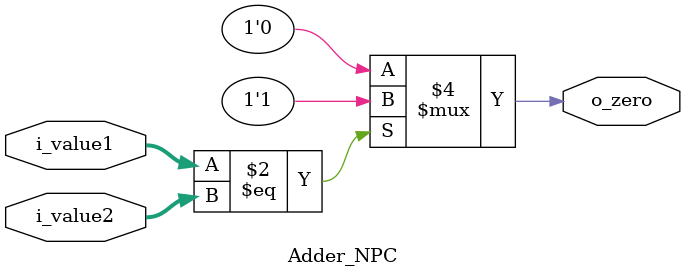
<source format=v>
module Adder_NPC (
	i_value1,
	i_value2,
	
	o_zero

);

input [31:0] i_value1;
input [31:0] i_value2;

output reg o_zero;
always @* begin
if (i_value1 == i_value2) begin
                o_zero = 1;
           end else begin
                o_zero = 0;
        end
end
endmodule

</source>
